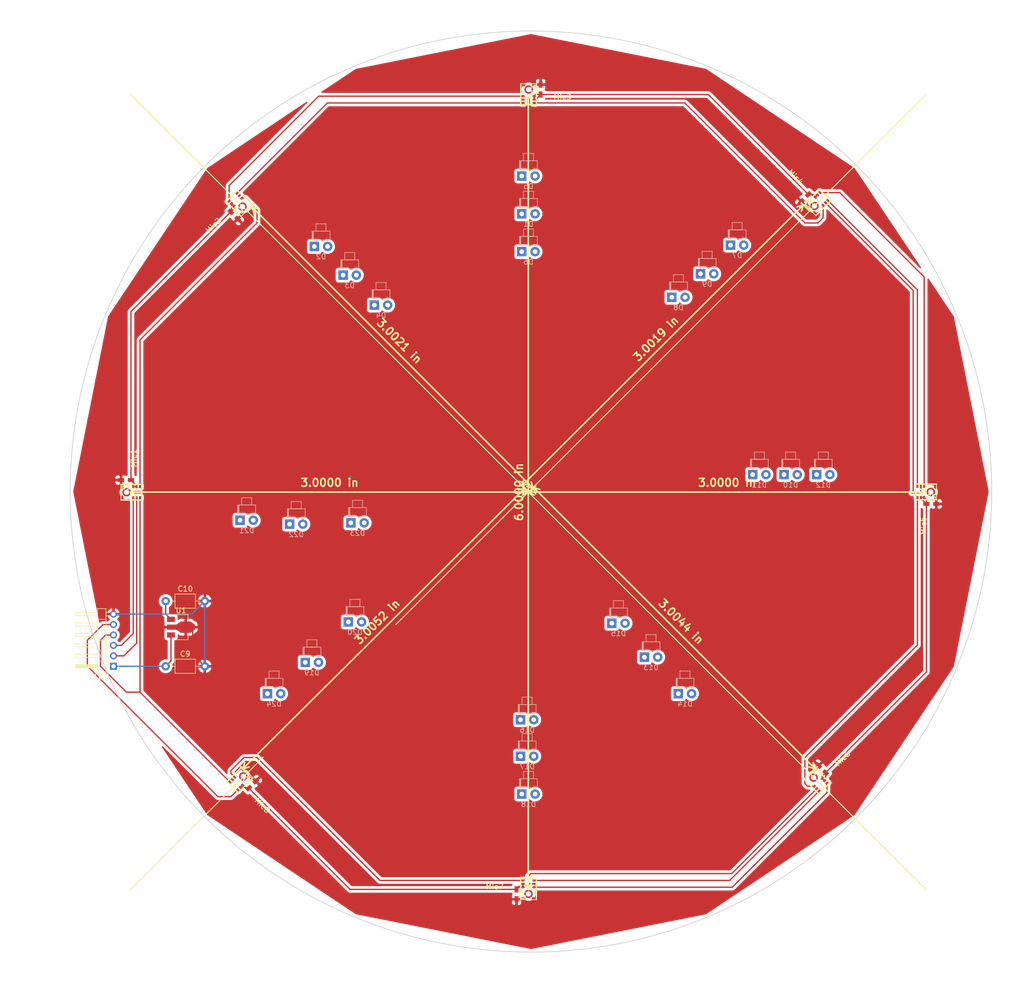
<source format=kicad_pcb>
(kicad_pcb (version 4) (host pcbnew 4.0.7)
  (layers (0 F.Cu signal) (31 B.Cu signal) (34 B.Paste user) (35 F.Paste user) (36 B.SilkS user) (37 F.SilkS user) (38 B.Mask user) (39 F.Mask user) (44 Edge.Cuts user))
  (net 0 "")
  (net 1 "Net-(C1-Pad1)")
  (net 2 GND)
  (net 3 /Clock)
  (net 4 "Net-(Mic1-Pad1)")
  (net 5 "Net-(Mic2-Pad1)")
  (net 6 "Net-(Mic3-Pad1)")
  (net 7 "Net-(Mic4-Pad1)")
  (net 8 "Net-(Mic5-Pad1)")
  (net 9 "Net-(Mic6-Pad1)")
  (net 10 "Net-(Mic7-Pad1)")
  (net 11 /WS)
  (net 12 /SerialData)
  (net 13 /WISO)
  (net 14 "Net-(C9-Pad1)")
  (net 15 "Net-(D1-Pad1)")
  (net 16 "Net-(D1-Pad2)")
  (net 17 "Net-(D2-Pad1)")
  (net 18 "Net-(D2-Pad2)")
  (net 19 "Net-(D3-Pad1)")
  (net 20 "Net-(D3-Pad2)")
  (net 21 "Net-(D4-Pad1)")
  (net 22 "Net-(D4-Pad2)")
  (net 23 "Net-(D5-Pad1)")
  (net 24 "Net-(D5-Pad2)")
  (net 25 "Net-(D6-Pad1)")
  (net 26 "Net-(D6-Pad2)")
  (net 27 "Net-(D7-Pad1)")
  (net 28 "Net-(D7-Pad2)")
  (net 29 "Net-(D8-Pad1)")
  (net 30 "Net-(D8-Pad2)")
  (net 31 "Net-(D9-Pad1)")
  (net 32 "Net-(D9-Pad2)")
  (net 33 "Net-(D10-Pad1)")
  (net 34 "Net-(D10-Pad2)")
  (net 35 "Net-(D11-Pad1)")
  (net 36 "Net-(D11-Pad2)")
  (net 37 "Net-(D12-Pad1)")
  (net 38 "Net-(D12-Pad2)")
  (net 39 "Net-(D13-Pad1)")
  (net 40 "Net-(D13-Pad2)")
  (net 41 "Net-(D14-Pad1)")
  (net 42 "Net-(D14-Pad2)")
  (net 43 "Net-(D15-Pad1)")
  (net 44 "Net-(D15-Pad2)")
  (net 45 "Net-(D16-Pad1)")
  (net 46 "Net-(D16-Pad2)")
  (net 47 "Net-(D17-Pad1)")
  (net 48 "Net-(D17-Pad2)")
  (net 49 "Net-(D18-Pad1)")
  (net 50 "Net-(D18-Pad2)")
  (net 51 "Net-(D19-Pad1)")
  (net 52 "Net-(D19-Pad2)")
  (net 53 "Net-(D20-Pad1)")
  (net 54 "Net-(D20-Pad2)")
  (net 55 "Net-(D21-Pad1)")
  (net 56 "Net-(D21-Pad2)")
  (net 57 "Net-(D22-Pad1)")
  (net 58 "Net-(D22-Pad2)")
  (net 59 "Net-(D23-Pad1)")
  (net 60 "Net-(D23-Pad2)")
  (net 61 "Net-(D24-Pad1)")
  (net 62 "Net-(D24-Pad2)")
  (module Capacitors_SMD:C_0603_HandSoldering (layer F.Cu) (at 49.9 99.3 180)
    (fp_text reference C1 (at 0 -1.25 180) (layer F.SilkS))
    (fp_text value ".1u ")
    (pad 1 smd rect (at -0.95 0 180) (size 1.2 0.75) (layers F.Cu F.Paste F.Mask) (net 1 "Net-(C1-Pad1)"))
    (pad 2 smd rect (at 0.95 0 180) (size 1.2 0.75) (layers F.Cu F.Paste F.Mask) (net 2 GND))
  )
  (module Capacitors_SMD:C_0603_HandSoldering (layer F.Cu) (at 70.63 48.56 315)
    (fp_text reference C2 (at 0 -1.25 315) (layer F.SilkS))
    (fp_text value ".1u ")
    (pad 1 smd rect (at -0.95 0 315) (size 1.2 0.75) (layers F.Cu F.Paste F.Mask) (net 1 "Net-(C1-Pad1)"))
    (pad 2 smd rect (at 0.95 0 315) (size 1.2 0.75) (layers F.Cu F.Paste F.Mask) (net 2 GND))
  )
  (module Capacitors_SMD:C_0603_HandSoldering (layer F.Cu) (at 129.36 24.42 90)
    (fp_text reference C3 (at 0 -1.25 90) (layer F.SilkS))
    (fp_text value ".1u ")
    (pad 1 smd rect (at -0.95 0 90) (size 1.2 0.75) (layers F.Cu F.Paste F.Mask) (net 1 "Net-(C1-Pad1)"))
    (pad 2 smd rect (at 0.95 0 90) (size 1.2 0.75) (layers F.Cu F.Paste F.Mask) (net 2 GND))
  )
  (module Capacitors_SMD:C_0603_HandSoldering (layer F.Cu) (at 183.31 154.73 135)
    (fp_text reference C4 (at 0 -1.25 135) (layer F.SilkS))
    (fp_text value ".1u ")
    (pad 1 smd rect (at -0.95 0 135) (size 1.2 0.75) (layers F.Cu F.Paste F.Mask) (net 1 "Net-(C1-Pad1)"))
    (pad 2 smd rect (at 0.95 0 135) (size 1.2 0.75) (layers F.Cu F.Paste F.Mask) (net 2 GND))
  )
  (module Capacitors_SMD:C_0603_HandSoldering (layer F.Cu) (at 204.24 103.88)
    (fp_text reference C5 (at 0 -1.25) (layer F.SilkS))
    (fp_text value ".1u ")
    (pad 1 smd rect (at -0.95 0) (size 1.2 0.75) (layers F.Cu F.Paste F.Mask) (net 1 "Net-(C1-Pad1)"))
    (pad 2 smd rect (at 0.95 0) (size 1.2 0.75) (layers F.Cu F.Paste F.Mask) (net 2 GND))
  )
  (module Capacitors_SMD:C_0603_HandSoldering (layer F.Cu) (at 179.99 45.21 225)
    (fp_text reference C6 (at 0 -1.25 225) (layer F.SilkS))
    (fp_text value ".1u ")
    (pad 1 smd rect (at -0.95 0 225) (size 1.2 0.75) (layers F.Cu F.Paste F.Mask) (net 1 "Net-(C1-Pad1)"))
    (pad 2 smd rect (at 0.95 0 225) (size 1.2 0.75) (layers F.Cu F.Paste F.Mask) (net 2 GND))
  )
  (module Capacitors_SMD:C_0603_HandSoldering (layer F.Cu) (at 124.74 178.73 270)
    (fp_text reference C7 (at 0 -1.25 270) (layer F.SilkS))
    (fp_text value ".1u ")
    (pad 1 smd rect (at -0.95 0 270) (size 1.2 0.75) (layers F.Cu F.Paste F.Mask) (net 1 "Net-(C1-Pad1)"))
    (pad 2 smd rect (at 0.95 0 270) (size 1.2 0.75) (layers F.Cu F.Paste F.Mask) (net 2 GND))
  )
  (module Capacitors_SMD:C_0603_HandSoldering (layer F.Cu) (at 74.1 157.7 45)
    (fp_text reference C8 (at 0 -1.25 45) (layer F.SilkS))
    (fp_text value .1u)
    (pad 1 smd rect (at -0.95 0 45) (size 1.2 0.75) (layers F.Cu F.Paste F.Mask) (net 1 "Net-(C1-Pad1)"))
    (pad 2 smd rect (at 0.95 0 45) (size 1.2 0.75) (layers F.Cu F.Paste F.Mask) (net 2 GND))
  )
  (module KiKadCustLib:ICS25000 (layer F.Cu) (at 50.91 95.12 90)
    (fp_text reference Mic1 (at 0 0.5 90) (layer F.SilkS))
    (fp_text value ICS-52000)
    (pad 7 smd rect (at -7.57 1.68 90) (size 0.6 0.4) (layers F.Cu F.Paste F.Mask) (net 12 /SerialData))
    (pad 5 smd rect (at -7.57 0.38 90) (size 0.6 0.4) (layers F.Cu F.Paste F.Mask) (net 11 /WS))
    (pad 6 smd rect (at -7.57 1.03 90) (size 0.6 0.4) (layers F.Cu F.Paste F.Mask) (net 3 /Clock))
    (pad 1 smd rect (at -5.43 1.675 90) (size 0.6 0.4) (layers F.Cu F.Paste F.Mask) (net 4 "Net-(Mic1-Pad1)"))
    (pad 2 smd rect (at -5.43 1.03 90) (size 0.6 0.4) (layers F.Cu F.Paste F.Mask) (net 1 "Net-(C1-Pad1)"))
    (pad 3 smd rect (at -5.43 0.38 90) (size 0.6 0.4) (layers F.Cu F.Paste F.Mask) (net 1 "Net-(C1-Pad1)"))
    (pad 4 smd circle (at -6.495 -0.895 90) (size 1.65 1.65) (layers F.Cu F.Paste F.Mask) (net 2 GND))
    (pad 0 thru_hole circle (at -6.495 -0.895 90) (size 1 1) (drill 1) (layers *.Cu *.Mask))
  )
  (module KiKadCustLib:ICS25000 (layer F.Cu) (at 67 50.85 225)
    (fp_text reference Mic2 (at 0 0.5 225) (layer F.SilkS))
    (fp_text value ICS-52000)
    (pad 7 smd rect (at -7.57 1.68 225) (size 0.6 0.4) (layers F.Cu F.Paste F.Mask) (net 12 /SerialData))
    (pad 5 smd rect (at -7.57 0.38 225) (size 0.6 0.4) (layers F.Cu F.Paste F.Mask) (net 4 "Net-(Mic1-Pad1)"))
    (pad 6 smd rect (at -7.57 1.03 225) (size 0.6 0.4) (layers F.Cu F.Paste F.Mask) (net 3 /Clock))
    (pad 1 smd rect (at -5.43 1.675 225) (size 0.6 0.4) (layers F.Cu F.Paste F.Mask) (net 5 "Net-(Mic2-Pad1)"))
    (pad 2 smd rect (at -5.43 1.03 225) (size 0.6 0.4) (layers F.Cu F.Paste F.Mask) (net 1 "Net-(C1-Pad1)"))
    (pad 3 smd rect (at -5.43 0.38 225) (size 0.6 0.4) (layers F.Cu F.Paste F.Mask) (net 1 "Net-(C1-Pad1)"))
    (pad 4 smd circle (at -6.495 -0.895 225) (size 1.65 1.65) (layers F.Cu F.Paste F.Mask) (net 2 GND))
    (pad 0 thru_hole circle (at -6.495 -0.895 225) (size 1 1) (drill 1) (layers *.Cu *.Mask))
  )
  (module KiKadCustLib:ICS25000 (layer F.Cu) (at 133.55 25.31)
    (fp_text reference Mic3 (at 0 0.5) (layer F.SilkS))
    (fp_text value ICS-52000)
    (pad 7 smd rect (at -7.57 1.68) (size 0.6 0.4) (layers F.Cu F.Paste F.Mask) (net 12 /SerialData))
    (pad 5 smd rect (at -7.57 0.38) (size 0.6 0.4) (layers F.Cu F.Paste F.Mask) (net 5 "Net-(Mic2-Pad1)"))
    (pad 6 smd rect (at -7.57 1.03) (size 0.6 0.4) (layers F.Cu F.Paste F.Mask) (net 3 /Clock))
    (pad 1 smd rect (at -5.43 1.675) (size 0.6 0.4) (layers F.Cu F.Paste F.Mask) (net 6 "Net-(Mic3-Pad1)"))
    (pad 2 smd rect (at -5.43 1.03) (size 0.6 0.4) (layers F.Cu F.Paste F.Mask) (net 1 "Net-(C1-Pad1)"))
    (pad 3 smd rect (at -5.43 0.38) (size 0.6 0.4) (layers F.Cu F.Paste F.Mask) (net 1 "Net-(C1-Pad1)"))
    (pad 4 smd circle (at -6.495 -0.895) (size 1.65 1.65) (layers F.Cu F.Paste F.Mask) (net 2 GND))
    (pad 0 thru_hole circle (at -6.495 -0.895) (size 1 1) (drill 1) (layers *.Cu *.Mask))
  )
  (module KiKadCustLib:ICS25000 (layer F.Cu) (at 186.89 152.38 45)
    (fp_text reference Mic6 (at 0 0.5 45) (layer F.SilkS))
    (fp_text value ICS-52000)
    (pad 7 smd rect (at -7.57 1.68 45) (size 0.6 0.4) (layers F.Cu F.Paste F.Mask) (net 12 /SerialData))
    (pad 5 smd rect (at -7.57 0.38 45) (size 0.6 0.4) (layers F.Cu F.Paste F.Mask) (net 8 "Net-(Mic5-Pad1)"))
    (pad 6 smd rect (at -7.57 1.03 45) (size 0.6 0.4) (layers F.Cu F.Paste F.Mask) (net 3 /Clock))
    (pad 1 smd rect (at -5.43 1.675 45) (size 0.6 0.4) (layers F.Cu F.Paste F.Mask) (net 9 "Net-(Mic6-Pad1)"))
    (pad 2 smd rect (at -5.43 1.03 45) (size 0.6 0.4) (layers F.Cu F.Paste F.Mask) (net 1 "Net-(C1-Pad1)"))
    (pad 3 smd rect (at -5.43 0.38 45) (size 0.6 0.4) (layers F.Cu F.Paste F.Mask) (net 1 "Net-(C1-Pad1)"))
    (pad 4 smd circle (at -6.495 -0.895 45) (size 1.65 1.65) (layers F.Cu F.Paste F.Mask) (net 2 GND))
    (pad 0 thru_hole circle (at -6.495 -0.895 45) (size 1 1) (drill 1) (layers *.Cu *.Mask))
  )
  (module KiKadCustLib:ICS25000 (layer F.Cu) (at 203.24 108.07 270)
    (fp_text reference Mic5 (at 0 0.5 270) (layer F.SilkS))
    (fp_text value ICS-52000)
    (pad 7 smd rect (at -7.57 1.68 270) (size 0.6 0.4) (layers F.Cu F.Paste F.Mask) (net 12 /SerialData))
    (pad 5 smd rect (at -7.57 0.38 270) (size 0.6 0.4) (layers F.Cu F.Paste F.Mask) (net 7 "Net-(Mic4-Pad1)"))
    (pad 6 smd rect (at -7.57 1.03 270) (size 0.6 0.4) (layers F.Cu F.Paste F.Mask) (net 3 /Clock))
    (pad 1 smd rect (at -5.43 1.675 270) (size 0.6 0.4) (layers F.Cu F.Paste F.Mask) (net 8 "Net-(Mic5-Pad1)"))
    (pad 2 smd rect (at -5.43 1.03 270) (size 0.6 0.4) (layers F.Cu F.Paste F.Mask) (net 1 "Net-(C1-Pad1)"))
    (pad 3 smd rect (at -5.43 0.38 270) (size 0.6 0.4) (layers F.Cu F.Paste F.Mask) (net 1 "Net-(C1-Pad1)"))
    (pad 4 smd circle (at -6.495 -0.895 270) (size 1.65 1.65) (layers F.Cu F.Paste F.Mask) (net 2 GND))
    (pad 0 thru_hole circle (at -6.495 -0.895 270) (size 1 1) (drill 1) (layers *.Cu *.Mask))
  )
  (module KiKadCustLib:ICS25000 (layer F.Cu) (at 177.87 41.52 135)
    (fp_text reference Mic4 (at 0 0.5 135) (layer F.SilkS))
    (fp_text value ICS-52000)
    (pad 7 smd rect (at -7.57 1.68 135) (size 0.6 0.4) (layers F.Cu F.Paste F.Mask) (net 12 /SerialData))
    (pad 5 smd rect (at -7.57 0.38 135) (size 0.6 0.4) (layers F.Cu F.Paste F.Mask) (net 6 "Net-(Mic3-Pad1)"))
    (pad 6 smd rect (at -7.57 1.03 135) (size 0.6 0.4) (layers F.Cu F.Paste F.Mask) (net 3 /Clock))
    (pad 1 smd rect (at -5.43 1.675 135) (size 0.6 0.4) (layers F.Cu F.Paste F.Mask) (net 7 "Net-(Mic4-Pad1)"))
    (pad 2 smd rect (at -5.43 1.03 135) (size 0.6 0.4) (layers F.Cu F.Paste F.Mask) (net 1 "Net-(C1-Pad1)"))
    (pad 3 smd rect (at -5.43 0.38 135) (size 0.6 0.4) (layers F.Cu F.Paste F.Mask) (net 1 "Net-(C1-Pad1)"))
    (pad 4 smd circle (at -6.495 -0.895 135) (size 1.65 1.65) (layers F.Cu F.Paste F.Mask) (net 2 GND))
    (pad 0 thru_hole circle (at -6.495 -0.895 135) (size 1 1) (drill 1) (layers *.Cu *.Mask))
  )
  (module KiKadCustLib:ICS25000 (layer F.Cu) (at 120.54 177.74 180)
    (fp_text reference Mic7 (at 0 0.5 180) (layer F.SilkS))
    (fp_text value ICS-52000)
    (pad 7 smd rect (at -7.57 1.68 180) (size 0.6 0.4) (layers F.Cu F.Paste F.Mask) (net 12 /SerialData))
    (pad 5 smd rect (at -7.57 0.38 180) (size 0.6 0.4) (layers F.Cu F.Paste F.Mask) (net 9 "Net-(Mic6-Pad1)"))
    (pad 6 smd rect (at -7.57 1.03 180) (size 0.6 0.4) (layers F.Cu F.Paste F.Mask) (net 3 /Clock))
    (pad 1 smd rect (at -5.43 1.675 180) (size 0.6 0.4) (layers F.Cu F.Paste F.Mask) (net 10 "Net-(Mic7-Pad1)"))
    (pad 2 smd rect (at -5.43 1.03 180) (size 0.6 0.4) (layers F.Cu F.Paste F.Mask) (net 1 "Net-(C1-Pad1)"))
    (pad 3 smd rect (at -5.43 0.38 180) (size 0.6 0.4) (layers F.Cu F.Paste F.Mask) (net 1 "Net-(C1-Pad1)"))
    (pad 4 smd circle (at -6.495 -0.895 180) (size 1.65 1.65) (layers F.Cu F.Paste F.Mask) (net 2 GND))
    (pad 0 thru_hole circle (at -6.495 -0.895 180) (size 1 1) (drill 1) (layers *.Cu *.Mask))
  )
  (module KiKadCustLib:ICS25000 (layer F.Cu) (at 76.35 161.35 315)
    (fp_text reference Mic8 (at 0 0.5 315) (layer F.SilkS))
    (fp_text value ICS-52000)
    (pad 7 smd rect (at -7.57 1.68 315) (size 0.6 0.4) (layers F.Cu F.Paste F.Mask) (net 12 /SerialData))
    (pad 5 smd rect (at -7.57 0.38 315) (size 0.6 0.4) (layers F.Cu F.Paste F.Mask) (net 10 "Net-(Mic7-Pad1)"))
    (pad 6 smd rect (at -7.57 1.03 315) (size 0.6 0.4) (layers F.Cu F.Paste F.Mask) (net 3 /Clock))
    (pad 1 smd rect (at -5.43 1.675 315) (size 0.6 0.4) (layers F.Cu F.Paste F.Mask) (net 13 /WISO))
    (pad 2 smd rect (at -5.43 1.03 315) (size 0.6 0.4) (layers F.Cu F.Paste F.Mask) (net 1 "Net-(C1-Pad1)"))
    (pad 3 smd rect (at -5.43 0.38 315) (size 0.6 0.4) (layers F.Cu F.Paste F.Mask) (net 1 "Net-(C1-Pad1)"))
    (pad 4 smd circle (at -6.495 -0.895 315) (size 1.65 1.65) (layers F.Cu F.Paste F.Mask) (net 2 GND))
    (pad 0 thru_hole circle (at -6.495 -0.895 315) (size 1 1) (drill 1) (layers *.Cu *.Mask))
  )
  (module TO_SOT_Packages_SMD:SOT-89-3 (layer F.Cu) (at 60 127.5)
    (fp_text reference U1 (at 0.45 -3.2) (layer F.SilkS))
    (fp_text value AP2204RB-3.3)
    (pad 2 smd trapezoid (at 2.667 0 270) (size 1.6 0.85) (rect_delta 0 0.6) (layers F.Cu F.Paste F.Mask) (net 2 GND))
    (pad 1 smd rect (at -1.48 -1.5 270) (size 1 1.5) (layers F.Cu F.Paste F.Mask) (net 1 "Net-(C1-Pad1)"))
    (pad 2 smd rect (at -1.3335 0 270) (size 1 1.8) (layers F.Cu F.Paste F.Mask) (net 2 GND))
    (pad 3 smd rect (at -1.48 1.5 270) (size 1 1.5) (layers F.Cu F.Paste F.Mask) (net 14 "Net-(C9-Pad1)"))
    (pad 2 smd rect (at 1.3335 0 270) (size 2.2 1.84) (layers F.Cu F.Paste F.Mask) (net 2 GND))
    (pad 2 smd trapezoid (at -0.0762 0 90) (size 1.5 1) (rect_delta 0 0.7) (layers F.Cu F.Paste F.Mask) (net 2 GND))
  )
  (module Pin_Headers:Pin_Header_Angled_1x06_Pitch2.00mm (layer F.Cu) (at 47.5 135 180)
    (fp_text reference J1 (at 3.1 -2 180) (layer F.SilkS))
    (fp_text value Conn_01x06)
    (pad 1 thru_hole rect (at 0 0 180) (size 1.35 1.35) (drill 0.8) (layers *.Cu *.Mask) (net 14 "Net-(C9-Pad1)"))
    (pad 2 thru_hole oval (at 0 2 180) (size 1.35 1.35) (drill 0.8) (layers *.Cu *.Mask) (net 3 /Clock))
    (pad 3 thru_hole oval (at 0 4 180) (size 1.35 1.35) (drill 0.8) (layers *.Cu *.Mask) (net 11 /WS))
    (pad 4 thru_hole oval (at 0 6 180) (size 1.35 1.35) (drill 0.8) (layers *.Cu *.Mask) (net 12 /SerialData))
    (pad 5 thru_hole oval (at 0 8 180) (size 1.35 1.35) (drill 0.8) (layers *.Cu *.Mask) (net 13 /WISO))
    (pad 6 thru_hole oval (at 0 10 180) (size 1.35 1.35) (drill 0.8) (layers *.Cu *.Mask) (net 2 GND))
  )
  (module Capacitors_THT:C_Axial_L3.8mm_D2.6mm_P7.50mm_Horizontal (layer F.Cu) (at 57.5 135)
    (fp_text reference C9 (at 3.75 -2.36) (layer F.SilkS))
    (fp_text value C)
    (pad 1 thru_hole circle (at 0 0) (size 1.6 1.6) (drill 0.8) (layers *.Cu *.Mask) (net 14 "Net-(C9-Pad1)"))
    (pad 2 thru_hole oval (at 7.5 0) (size 1.6 1.6) (drill 0.8) (layers *.Cu *.Mask) (net 2 GND))
  )
  (module Capacitors_THT:C_Axial_L3.8mm_D2.6mm_P7.50mm_Horizontal (layer F.Cu) (at 57.5 122.5)
    (fp_text reference C10 (at 3.75 -2.36) (layer F.SilkS))
    (fp_text value C)
    (pad 1 thru_hole circle (at 0 0) (size 1.6 1.6) (drill 0.8) (layers *.Cu *.Mask) (net 1 "Net-(C1-Pad1)"))
    (pad 2 thru_hole oval (at 7.5 0) (size 1.6 1.6) (drill 0.8) (layers *.Cu *.Mask) (net 2 GND))
  )
  (module LEDs:LED_D1.8mm_W1.8mm_H2.4mm_Horizontal_O1.27mm_Z1.6mm (layer B.Cu) (at 125.75 48.25)
    (fp_text reference D1 (at 1.27 1.96) (layer B.SilkS) (effects (justify mirror)))
    (fp_text value LED)
    (pad 1 thru_hole rect (at 0 0) (size 1.8 1.8) (drill 0.9) (layers *.Cu *.Mask) (net 15 "Net-(D1-Pad1)"))
    (pad 2 thru_hole circle (at 2.54 0) (size 1.8 1.8) (drill 0.9) (layers *.Cu *.Mask) (net 16 "Net-(D1-Pad2)"))
  )
  (module LEDs:LED_D1.8mm_W1.8mm_H2.4mm_Horizontal_O1.27mm_Z1.6mm (layer B.Cu) (at 86 54.5)
    (fp_text reference D2 (at 1.27 1.96) (layer B.SilkS) (effects (justify mirror)))
    (fp_text value LED)
    (pad 1 thru_hole rect (at 0 0) (size 1.8 1.8) (drill 0.9) (layers *.Cu *.Mask) (net 17 "Net-(D2-Pad1)"))
    (pad 2 thru_hole circle (at 2.54 0) (size 1.8 1.8) (drill 0.9) (layers *.Cu *.Mask) (net 18 "Net-(D2-Pad2)"))
  )
  (module LEDs:LED_D1.8mm_W1.8mm_H2.4mm_Horizontal_O1.27mm_Z1.6mm (layer B.Cu) (at 91.5 60)
    (fp_text reference D3 (at 1.27 1.96) (layer B.SilkS) (effects (justify mirror)))
    (fp_text value LED)
    (pad 1 thru_hole rect (at 0 0) (size 1.8 1.8) (drill 0.9) (layers *.Cu *.Mask) (net 19 "Net-(D3-Pad1)"))
    (pad 2 thru_hole circle (at 2.54 0) (size 1.8 1.8) (drill 0.9) (layers *.Cu *.Mask) (net 20 "Net-(D3-Pad2)"))
  )
  (module LEDs:LED_D1.8mm_W1.8mm_H2.4mm_Horizontal_O1.27mm_Z1.6mm (layer B.Cu) (at 97.5 65.75)
    (fp_text reference D4 (at 1.27 1.96) (layer B.SilkS) (effects (justify mirror)))
    (fp_text value LED)
    (pad 1 thru_hole rect (at 0 0) (size 1.8 1.8) (drill 0.9) (layers *.Cu *.Mask) (net 21 "Net-(D4-Pad1)"))
    (pad 2 thru_hole circle (at 2.54 0) (size 1.8 1.8) (drill 0.9) (layers *.Cu *.Mask) (net 22 "Net-(D4-Pad2)"))
  )
  (module LEDs:LED_D1.8mm_W1.8mm_H2.4mm_Horizontal_O1.27mm_Z1.6mm (layer B.Cu) (at 125.75 41)
    (fp_text reference D5 (at 1.27 1.96) (layer B.SilkS) (effects (justify mirror)))
    (fp_text value LED)
    (pad 1 thru_hole rect (at 0 0) (size 1.8 1.8) (drill 0.9) (layers *.Cu *.Mask) (net 23 "Net-(D5-Pad1)"))
    (pad 2 thru_hole circle (at 2.54 0) (size 1.8 1.8) (drill 0.9) (layers *.Cu *.Mask) (net 24 "Net-(D5-Pad2)"))
  )
  (module LEDs:LED_D1.8mm_W1.8mm_H2.4mm_Horizontal_O1.27mm_Z1.6mm (layer B.Cu) (at 125.75 55.5)
    (fp_text reference D6 (at 1.27 1.96) (layer B.SilkS) (effects (justify mirror)))
    (fp_text value LED)
    (pad 1 thru_hole rect (at 0 0) (size 1.8 1.8) (drill 0.9) (layers *.Cu *.Mask) (net 25 "Net-(D6-Pad1)"))
    (pad 2 thru_hole circle (at 2.54 0) (size 1.8 1.8) (drill 0.9) (layers *.Cu *.Mask) (net 26 "Net-(D6-Pad2)"))
  )
  (module LEDs:LED_D1.8mm_W1.8mm_H2.4mm_Horizontal_O1.27mm_Z1.6mm (layer B.Cu) (at 165.75 54.25)
    (fp_text reference D7 (at 1.27 1.96) (layer B.SilkS) (effects (justify mirror)))
    (fp_text value LED)
    (pad 1 thru_hole rect (at 0 0) (size 1.8 1.8) (drill 0.9) (layers *.Cu *.Mask) (net 27 "Net-(D7-Pad1)"))
    (pad 2 thru_hole circle (at 2.54 0) (size 1.8 1.8) (drill 0.9) (layers *.Cu *.Mask) (net 28 "Net-(D7-Pad2)"))
  )
  (module LEDs:LED_D1.8mm_W1.8mm_H2.4mm_Horizontal_O1.27mm_Z1.6mm (layer B.Cu) (at 154.5 64.25)
    (fp_text reference D8 (at 1.27 1.96) (layer B.SilkS) (effects (justify mirror)))
    (fp_text value LED)
    (pad 1 thru_hole rect (at 0 0) (size 1.8 1.8) (drill 0.9) (layers *.Cu *.Mask) (net 29 "Net-(D8-Pad1)"))
    (pad 2 thru_hole circle (at 2.54 0) (size 1.8 1.8) (drill 0.9) (layers *.Cu *.Mask) (net 30 "Net-(D8-Pad2)"))
  )
  (module LEDs:LED_D1.8mm_W1.8mm_H2.4mm_Horizontal_O1.27mm_Z1.6mm (layer B.Cu) (at 160 59.75)
    (fp_text reference D9 (at 1.27 1.96) (layer B.SilkS) (effects (justify mirror)))
    (fp_text value LED)
    (pad 1 thru_hole rect (at 0 0) (size 1.8 1.8) (drill 0.9) (layers *.Cu *.Mask) (net 31 "Net-(D9-Pad1)"))
    (pad 2 thru_hole circle (at 2.54 0) (size 1.8 1.8) (drill 0.9) (layers *.Cu *.Mask) (net 32 "Net-(D9-Pad2)"))
  )
  (module LEDs:LED_D1.8mm_W1.8mm_H2.4mm_Horizontal_O1.27mm_Z1.6mm (layer B.Cu) (at 176 98.25)
    (fp_text reference D10 (at 1.27 1.96) (layer B.SilkS) (effects (justify mirror)))
    (fp_text value LED)
    (pad 1 thru_hole rect (at 0 0) (size 1.8 1.8) (drill 0.9) (layers *.Cu *.Mask) (net 33 "Net-(D10-Pad1)"))
    (pad 2 thru_hole circle (at 2.54 0) (size 1.8 1.8) (drill 0.9) (layers *.Cu *.Mask) (net 34 "Net-(D10-Pad2)"))
  )
  (module LEDs:LED_D1.8mm_W1.8mm_H2.4mm_Horizontal_O1.27mm_Z1.6mm (layer B.Cu) (at 170 98.25)
    (fp_text reference D11 (at 1.27 1.96) (layer B.SilkS) (effects (justify mirror)))
    (fp_text value LED)
    (pad 1 thru_hole rect (at 0 0) (size 1.8 1.8) (drill 0.9) (layers *.Cu *.Mask) (net 35 "Net-(D11-Pad1)"))
    (pad 2 thru_hole circle (at 2.54 0) (size 1.8 1.8) (drill 0.9) (layers *.Cu *.Mask) (net 36 "Net-(D11-Pad2)"))
  )
  (module LEDs:LED_D1.8mm_W1.8mm_H2.4mm_Horizontal_O1.27mm_Z1.6mm (layer B.Cu) (at 182.25 98.25)
    (fp_text reference D12 (at 1.27 1.96) (layer B.SilkS) (effects (justify mirror)))
    (fp_text value LED)
    (pad 1 thru_hole rect (at 0 0) (size 1.8 1.8) (drill 0.9) (layers *.Cu *.Mask) (net 37 "Net-(D12-Pad1)"))
    (pad 2 thru_hole circle (at 2.54 0) (size 1.8 1.8) (drill 0.9) (layers *.Cu *.Mask) (net 38 "Net-(D12-Pad2)"))
  )
  (module LEDs:LED_D1.8mm_W1.8mm_H2.4mm_Horizontal_O1.27mm_Z1.6mm (layer B.Cu) (at 149.25 133.25)
    (fp_text reference D13 (at 1.27 1.96) (layer B.SilkS) (effects (justify mirror)))
    (fp_text value LED)
    (pad 1 thru_hole rect (at 0 0) (size 1.8 1.8) (drill 0.9) (layers *.Cu *.Mask) (net 39 "Net-(D13-Pad1)"))
    (pad 2 thru_hole circle (at 2.54 0) (size 1.8 1.8) (drill 0.9) (layers *.Cu *.Mask) (net 40 "Net-(D13-Pad2)"))
  )
  (module LEDs:LED_D1.8mm_W1.8mm_H2.4mm_Horizontal_O1.27mm_Z1.6mm (layer B.Cu) (at 155.75 140.25)
    (fp_text reference D14 (at 1.27 1.96) (layer B.SilkS) (effects (justify mirror)))
    (fp_text value LED)
    (pad 1 thru_hole rect (at 0 0) (size 1.8 1.8) (drill 0.9) (layers *.Cu *.Mask) (net 41 "Net-(D14-Pad1)"))
    (pad 2 thru_hole circle (at 2.54 0) (size 1.8 1.8) (drill 0.9) (layers *.Cu *.Mask) (net 42 "Net-(D14-Pad2)"))
  )
  (module LEDs:LED_D1.8mm_W1.8mm_H2.4mm_Horizontal_O1.27mm_Z1.6mm (layer B.Cu) (at 143 126.75)
    (fp_text reference D15 (at 1.27 1.96) (layer B.SilkS) (effects (justify mirror)))
    (fp_text value LED)
    (pad 1 thru_hole rect (at 0 0) (size 1.8 1.8) (drill 0.9) (layers *.Cu *.Mask) (net 43 "Net-(D15-Pad1)"))
    (pad 2 thru_hole circle (at 2.54 0) (size 1.8 1.8) (drill 0.9) (layers *.Cu *.Mask) (net 44 "Net-(D15-Pad2)"))
  )
  (module LEDs:LED_D1.8mm_W1.8mm_H2.4mm_Horizontal_O1.27mm_Z1.6mm (layer B.Cu) (at 125.5 145.25)
    (fp_text reference D16 (at 1.27 1.96) (layer B.SilkS) (effects (justify mirror)))
    (fp_text value LED)
    (pad 1 thru_hole rect (at 0 0) (size 1.8 1.8) (drill 0.9) (layers *.Cu *.Mask) (net 45 "Net-(D16-Pad1)"))
    (pad 2 thru_hole circle (at 2.54 0) (size 1.8 1.8) (drill 0.9) (layers *.Cu *.Mask) (net 46 "Net-(D16-Pad2)"))
  )
  (module LEDs:LED_D1.8mm_W1.8mm_H2.4mm_Horizontal_O1.27mm_Z1.6mm (layer B.Cu) (at 125.5 152.25)
    (fp_text reference D17 (at 1.27 1.96) (layer B.SilkS) (effects (justify mirror)))
    (fp_text value LED)
    (pad 1 thru_hole rect (at 0 0) (size 1.8 1.8) (drill 0.9) (layers *.Cu *.Mask) (net 47 "Net-(D17-Pad1)"))
    (pad 2 thru_hole circle (at 2.54 0) (size 1.8 1.8) (drill 0.9) (layers *.Cu *.Mask) (net 48 "Net-(D17-Pad2)"))
  )
  (module LEDs:LED_D1.8mm_W1.8mm_H2.4mm_Horizontal_O1.27mm_Z1.6mm (layer B.Cu) (at 125.75 159.5)
    (fp_text reference D18 (at 1.27 1.96) (layer B.SilkS) (effects (justify mirror)))
    (fp_text value LED)
    (pad 1 thru_hole rect (at 0 0) (size 1.8 1.8) (drill 0.9) (layers *.Cu *.Mask) (net 49 "Net-(D18-Pad1)"))
    (pad 2 thru_hole circle (at 2.54 0) (size 1.8 1.8) (drill 0.9) (layers *.Cu *.Mask) (net 50 "Net-(D18-Pad2)"))
  )
  (module LEDs:LED_D1.8mm_W1.8mm_H2.4mm_Horizontal_O1.27mm_Z1.6mm (layer B.Cu) (at 84.25 134.25)
    (fp_text reference D19 (at 1.27 1.96) (layer B.SilkS) (effects (justify mirror)))
    (fp_text value LED)
    (pad 1 thru_hole rect (at 0 0) (size 1.8 1.8) (drill 0.9) (layers *.Cu *.Mask) (net 51 "Net-(D19-Pad1)"))
    (pad 2 thru_hole circle (at 2.54 0) (size 1.8 1.8) (drill 0.9) (layers *.Cu *.Mask) (net 52 "Net-(D19-Pad2)"))
  )
  (module LEDs:LED_D1.8mm_W1.8mm_H2.4mm_Horizontal_O1.27mm_Z1.6mm (layer B.Cu) (at 92.5 126.5)
    (fp_text reference D20 (at 1.27 1.96) (layer B.SilkS) (effects (justify mirror)))
    (fp_text value LED)
    (pad 1 thru_hole rect (at 0 0) (size 1.8 1.8) (drill 0.9) (layers *.Cu *.Mask) (net 53 "Net-(D20-Pad1)"))
    (pad 2 thru_hole circle (at 2.54 0) (size 1.8 1.8) (drill 0.9) (layers *.Cu *.Mask) (net 54 "Net-(D20-Pad2)"))
  )
  (module LEDs:LED_D1.8mm_W1.8mm_H2.4mm_Horizontal_O1.27mm_Z1.6mm (layer B.Cu) (at 71.75 107)
    (fp_text reference D21 (at 1.27 1.96) (layer B.SilkS) (effects (justify mirror)))
    (fp_text value LED)
    (pad 1 thru_hole rect (at 0 0) (size 1.8 1.8) (drill 0.9) (layers *.Cu *.Mask) (net 55 "Net-(D21-Pad1)"))
    (pad 2 thru_hole circle (at 2.54 0) (size 1.8 1.8) (drill 0.9) (layers *.Cu *.Mask) (net 56 "Net-(D21-Pad2)"))
  )
  (module LEDs:LED_D1.8mm_W1.8mm_H2.4mm_Horizontal_O1.27mm_Z1.6mm (layer B.Cu) (at 81.25 107.75)
    (fp_text reference D22 (at 1.27 1.96) (layer B.SilkS) (effects (justify mirror)))
    (fp_text value LED)
    (pad 1 thru_hole rect (at 0 0) (size 1.8 1.8) (drill 0.9) (layers *.Cu *.Mask) (net 57 "Net-(D22-Pad1)"))
    (pad 2 thru_hole circle (at 2.54 0) (size 1.8 1.8) (drill 0.9) (layers *.Cu *.Mask) (net 58 "Net-(D22-Pad2)"))
  )
  (module LEDs:LED_D1.8mm_W1.8mm_H2.4mm_Horizontal_O1.27mm_Z1.6mm (layer B.Cu) (at 93 107.5)
    (fp_text reference D23 (at 1.27 1.96) (layer B.SilkS) (effects (justify mirror)))
    (fp_text value LED)
    (pad 1 thru_hole rect (at 0 0) (size 1.8 1.8) (drill 0.9) (layers *.Cu *.Mask) (net 59 "Net-(D23-Pad1)"))
    (pad 2 thru_hole circle (at 2.54 0) (size 1.8 1.8) (drill 0.9) (layers *.Cu *.Mask) (net 60 "Net-(D23-Pad2)"))
  )
  (module LEDs:LED_D1.8mm_W1.8mm_H2.4mm_Horizontal_O1.27mm_Z1.6mm (layer B.Cu) (at 77 140.25)
    (fp_text reference D24 (at 1.27 1.96) (layer B.SilkS) (effects (justify mirror)))
    (fp_text value LED)
    (pad 1 thru_hole rect (at 0 0) (size 1.8 1.8) (drill 0.9) (layers *.Cu *.Mask) (net 61 "Net-(D24-Pad1)"))
    (pad 2 thru_hole circle (at 2.54 0) (size 1.8 1.8) (drill 0.9) (layers *.Cu *.Mask) (net 62 "Net-(D24-Pad2)"))
  )
  (gr_circle (center 127.5 101.5) (end 180 30.5) (layer Edge.Cuts) (width 0.15))
  (gr_line (start 76.2 152.4) (end 50.8 177.8) (angle 90) (layer F.SilkS) (width 0.2))
  (dimension 76.332382 (width 0.3) (layer F.SilkS) (gr_text "3.0052 in" (at 98.364107 126.80114 44.86730969) (layer F.SilkS) (effects (font (size 1.5 1.5) (thickness 0.3)))) (feature1 (pts (xy 73.03 155.45) (xy 70.361726 152.769338))) (feature2 (pts (xy 127.13 101.6) (xy 124.461726 98.919338))) (crossbar (pts (xy 126.366488 100.832943) (xy 72.266488 154.682943))) (arrow1a (pts (xy 72.266488 154.682943) (xy 72.651188 153.47261))) (arrow1b (pts (xy 72.266488 154.682943) (xy 73.47859 154.303853))) (arrow2a (pts (xy 126.366488 100.832943) (xy 125.154386 101.212033))) (arrow2b (pts (xy 126.366488 100.832943) (xy 125.981788 102.043276))))
  (dimension 76.310964 (width 0.3) (layer F.SilkS) (gr_text "3.0044 in" (at 155.949594 126.750406 315) (layer F.SilkS) (effects (font (size 1.5 1.5) (thickness 0.3)))) (feature1 (pts (xy 181 155.66) (xy 183.884188 152.775812))) (feature2 (pts (xy 127.04 101.7) (xy 129.924188 98.815812))) (crossbar (pts (xy 128.015 100.725) (xy 181.975 154.685))) (arrow1a (pts (xy 181.975 154.685) (xy 180.763779 154.303104))) (arrow1b (pts (xy 181.975 154.685) (xy 181.593104 153.473779))) (arrow2a (pts (xy 128.015 100.725) (xy 128.396896 101.936221))) (arrow2b (pts (xy 128.015 100.725) (xy 129.226221 101.106896))))
  (dimension 76.247351 (width 0.3) (layer F.SilkS) (gr_text "3.0019 in" (at 151.777314 72.518717 44.95217825) (layer F.SilkS) (effects (font (size 1.5 1.5) (thickness 0.3)))) (feature1 (pts (xy 180.91 47.74) (xy 177.803517 44.628327))) (feature2 (pts (xy 126.95 101.61) (xy 123.843517 98.498327))) (crossbar (pts (xy 125.751111 100.409108) (xy 179.711111 46.539108))) (arrow1a (pts (xy 179.711111 46.539108) (xy 179.328204 47.750009))) (arrow1b (pts (xy 179.711111 46.539108) (xy 178.499572 46.919993))) (arrow2a (pts (xy 125.751111 100.409108) (xy 126.96265 100.028223))) (arrow2b (pts (xy 125.751111 100.409108) (xy 126.134018 99.198207))))
  (dimension 76.254416 (width 0.3) (layer F.SilkS) (gr_text "3.0021 in" (at 101.947149 72.965456 314.9574957) (layer F.SilkS) (effects (font (size 1.5 1.5) (thickness 0.3)))) (feature1 (pts (xy 73.25 47.74) (xy 75.962451 45.031571))) (feature2 (pts (xy 127.13 101.7) (xy 129.842451 98.991571))) (crossbar (pts (xy 127.931847 100.899342) (xy 74.051847 46.939342))) (arrow1a (pts (xy 74.051847 46.939342) (xy 75.262784 47.322137))) (arrow1b (pts (xy 74.051847 46.939342) (xy 74.432845 48.150845))) (arrow2a (pts (xy 127.931847 100.899342) (xy 127.550849 99.687839))) (arrow2b (pts (xy 127.931847 100.899342) (xy 126.72091 100.516547))))
  (gr_line (start 177.8 50.8) (end 203.2 25.4) (angle 90) (layer F.SilkS) (width 0.2))
  (gr_line (start 152.4 76.2) (end 177.8 50.8) (angle 90) (layer F.SilkS) (width 0.2))
  (gr_line (start 127 101.6) (end 152.4 76.2) (angle 90) (layer F.SilkS) (width 0.2))
  (gr_line (start 127 177.8) (end 127 101.6) (angle 90) (layer F.SilkS) (width 0.2))
  (gr_line (start 127 101.6) (end 101.6 127) (angle 90) (layer F.SilkS) (width 0.2))
  (gr_line (start 76.2 50.8) (end 50.8 25.4) (angle 90) (layer F.SilkS) (width 0.2))
  (gr_line (start 101.6 76.2) (end 76.2 50.8) (angle 90) (layer F.SilkS) (width 0.2))
  (gr_line (start 127 101.6) (end 101.6 76.2) (angle 90) (layer F.SilkS) (width 0.2))
  (gr_line (start 152.4 127) (end 127 101.6) (angle 90) (layer F.SilkS) (width 0.2))
  (gr_line (start 177.8 152.4) (end 152.4 127) (angle 90) (layer F.SilkS) (width 0.2))
  (gr_line (start 203.2 177.8) (end 177.8 152.4) (angle 90) (layer F.SilkS) (width 0.2))
  (gr_line (start 127 101.6) (end 203.2 101.6) (angle 90) (layer F.SilkS) (width 0.2))
  (dimension 76.2 (width 0.3) (layer F.SilkS) (gr_text "3.0000 in" (at 88.9 101.6) (layer F.SilkS) (effects (font (size 1.5 1.5) (thickness 0.3)))) (feature1 (pts (xy 127 101.6) (xy 127 101.6))) (feature2 (pts (xy 50.8 101.6) (xy 50.8 101.6))) (crossbar (pts (xy 50.8 101.6) (xy 127 101.6))) (arrow1a (pts (xy 127 101.6) (xy 125.873496 102.186421))) (arrow1b (pts (xy 127 101.6) (xy 125.873496 101.013579))) (arrow2a (pts (xy 50.8 101.6) (xy 51.926504 102.186421))) (arrow2b (pts (xy 50.8 101.6) (xy 51.926504 101.013579))))
  (dimension 76.2 (width 0.3) (layer F.SilkS) (gr_text "3.0000 in" (at 165.1 101.6) (layer F.SilkS) (effects (font (size 1.5 1.5) (thickness 0.3)))) (feature1 (pts (xy 127 101.6) (xy 127 101.6))) (feature2 (pts (xy 203.2 101.6) (xy 203.2 101.6))) (crossbar (pts (xy 203.2 101.6) (xy 127 101.6))) (arrow1a (pts (xy 127 101.6) (xy 128.126504 101.013579))) (arrow1b (pts (xy 127 101.6) (xy 128.126504 102.186421))) (arrow2a (pts (xy 203.2 101.6) (xy 202.073496 101.013579))) (arrow2b (pts (xy 203.2 101.6) (xy 202.073496 102.186421))))
  (dimension 152.4 (width 0.3) (layer F.SilkS) (gr_text "6.0000 in" (at 127 101.6 90) (layer F.SilkS) (effects (font (size 1.5 1.5) (thickness 0.3)))) (feature1 (pts (xy 127 25.4) (xy 127 25.4))) (feature2 (pts (xy 127 177.8) (xy 127 177.8))) (crossbar (pts (xy 127 177.8) (xy 127 25.4))) (arrow1a (pts (xy 127 25.4) (xy 127.586421 26.526504))) (arrow1b (pts (xy 127 25.4) (xy 126.413579 26.526504))) (arrow2a (pts (xy 127 177.8) (xy 127.586421 176.673496))) (arrow2b (pts (xy 127 177.8) (xy 126.413579 176.673496))))
  (segment (start 92.5 99) (end 93 98.5) (width 0.25) (layer B.Cu) (net 0))
  (segment (start 57.5 122.5) (end 57.5 124.98) (width 0.25) (layer F.Cu) (net 1))
  (segment (start 57.5 124.98) (end 58.52 126) (width 0.25) (layer F.Cu) (net 1))
  (segment (start 128.12 26.34) (end 128.39 26.34) (width 0.25) (layer F.Cu) (net 1))
  (segment (start 128.39 26.34) (end 129.36 25.37) (width 0.25) (layer F.Cu) (net 1))
  (segment (start 128.12 25.69) (end 128.12 26.34) (width 0.25) (layer F.Cu) (net 1))
  (segment (start 129.36 25.37) (end 128.44 25.37) (width 0.25) (layer F.Cu) (net 1))
  (segment (start 128.44 25.37) (end 128.12 25.69) (width 0.25) (layer F.Cu) (net 1))
  (segment (start 129.36 25.37) (end 161.493502 25.37) (width 0.25) (layer F.Cu) (net 1))
  (segment (start 161.493502 25.37) (end 180.661751 44.538249) (width 0.25) (layer F.Cu) (net 1))
  (segment (start 182.43791 44.63127) (end 180.754772 44.63127) (width 0.25) (layer F.Cu) (net 1))
  (segment (start 180.754772 44.63127) (end 180.661751 44.538249) (width 0.25) (layer F.Cu) (net 1))
  (segment (start 181.97829 45.090889) (end 181.978291 45.090889) (width 0.25) (layer F.Cu) (net 1))
  (segment (start 181.978291 45.090889) (end 182.43791 44.63127) (width 0.25) (layer F.Cu) (net 1))
  (segment (start 180.661751 44.538249) (end 181.42565 44.538249) (width 0.25) (layer F.Cu) (net 1))
  (segment (start 181.42565 44.538249) (end 181.97829 45.090889) (width 0.25) (layer F.Cu) (net 1))
  (segment (start 202.21 102.64) (end 202.21 102.8) (width 0.25) (layer F.Cu) (net 1))
  (segment (start 202.21 102.8) (end 203.29 103.88) (width 0.25) (layer F.Cu) (net 1))
  (segment (start 202.86 102.64) (end 202.21 102.64) (width 0.25) (layer F.Cu) (net 1))
  (segment (start 203.29 103.88) (end 203.29 103.07) (width 0.25) (layer F.Cu) (net 1))
  (segment (start 203.29 103.07) (end 202.86 102.64) (width 0.25) (layer F.Cu) (net 1))
  (segment (start 203.29 103.88) (end 203.29 136.093502) (width 0.25) (layer F.Cu) (net 1))
  (segment (start 203.29 136.093502) (end 183.981751 155.401751) (width 0.25) (layer F.Cu) (net 1))
  (segment (start 183.77873 156.94791) (end 183.77873 156.947909) (width 0.25) (layer F.Cu) (net 1))
  (segment (start 183.77873 156.947909) (end 183.319111 156.48829) (width 0.25) (layer F.Cu) (net 1))
  (segment (start 183.981751 155.401751) (end 183.981751 156.744889) (width 0.25) (layer F.Cu) (net 1))
  (segment (start 183.981751 156.744889) (end 183.77873 156.94791) (width 0.25) (layer F.Cu) (net 1))
  (segment (start 183.319111 156.48829) (end 183.319111 156.064391) (width 0.25) (layer F.Cu) (net 1))
  (segment (start 183.319111 156.064391) (end 183.981751 155.401751) (width 0.25) (layer F.Cu) (net 1))
  (segment (start 71.78209 158.23873) (end 73.295228 158.23873) (width 0.25) (layer F.Cu) (net 1))
  (segment (start 73.295228 158.23873) (end 73.428249 158.371751) (width 0.25) (layer F.Cu) (net 1))
  (segment (start 72.24171 157.779111) (end 72.241709 157.779111) (width 0.25) (layer F.Cu) (net 1))
  (segment (start 72.241709 157.779111) (end 71.78209 158.23873) (width 0.25) (layer F.Cu) (net 1))
  (segment (start 73.428249 158.371751) (end 72.83435 158.371751) (width 0.25) (layer F.Cu) (net 1))
  (segment (start 72.83435 158.371751) (end 72.24171 157.779111) (width 0.25) (layer F.Cu) (net 1))
  (segment (start 124.74 177.78) (end 92.836498 177.78) (width 0.25) (layer F.Cu) (net 1))
  (segment (start 92.836498 177.78) (end 73.428249 158.371751) (width 0.25) (layer F.Cu) (net 1))
  (segment (start 125.97 177.36) (end 125.97 176.71) (width 0.25) (layer F.Cu) (net 1))
  (segment (start 125.97 176.71) (end 125.81 176.71) (width 0.25) (layer F.Cu) (net 1))
  (segment (start 125.81 176.71) (end 124.74 177.78) (width 0.25) (layer F.Cu) (net 1))
  (segment (start 125.97 177.36) (end 125.16 177.36) (width 0.25) (layer F.Cu) (net 1))
  (segment (start 125.16 177.36) (end 124.74 177.78) (width 0.25) (layer F.Cu) (net 1))
  (segment (start 70.570889 46.74171) (end 70.570889 46.741709) (width 0.25) (layer F.Cu) (net 1))
  (segment (start 70.570889 46.741709) (end 70.11127 46.28209) (width 0.25) (layer F.Cu) (net 1))
  (segment (start 70.11127 46.28209) (end 70.11127 47.735228) (width 0.25) (layer F.Cu) (net 1))
  (segment (start 70.11127 47.735228) (end 69.958249 47.888249) (width 0.25) (layer F.Cu) (net 1))
  (segment (start 70.570889 46.74171) (end 70.570889 47.275609) (width 0.25) (layer F.Cu) (net 1))
  (segment (start 70.570889 47.275609) (end 69.958249 47.888249) (width 0.25) (layer F.Cu) (net 1))
  (segment (start 50.85 99.3) (end 50.85 66.996498) (width 0.25) (layer F.Cu) (net 1))
  (segment (start 50.85 66.996498) (end 69.958249 47.888249) (width 0.25) (layer F.Cu) (net 1))
  (segment (start 51.94 100.55) (end 51.29 100.55) (width 0.25) (layer F.Cu) (net 1))
  (segment (start 51.94 100.55) (end 51.94 100.39) (width 0.25) (layer F.Cu) (net 1))
  (segment (start 51.94 100.39) (end 50.85 99.3) (width 0.25) (layer F.Cu) (net 1))
  (segment (start 51.29 100.55) (end 51.29 99.74) (width 0.25) (layer F.Cu) (net 1))
  (segment (start 51.29 99.74) (end 50.85 99.3) (width 0.25) (layer F.Cu) (net 1))
  (segment (start 62.667 127.5) (end 62.667 132.667) (width 0.25) (layer F.Cu) (net 2))
  (segment (start 62.667 132.667) (end 65 135) (width 0.25) (layer F.Cu) (net 2))
  (segment (start 61.3335 127.5) (end 61.3335 126.1665) (width 0.25) (layer F.Cu) (net 2))
  (segment (start 61.3335 126.1665) (end 65 122.5) (width 0.25) (layer F.Cu) (net 2))
  (segment (start 65 122.5) (end 65 135) (width 0.25) (layer B.Cu) (net 2))
  (segment (start 47.5 125) (end 62.5 125) (width 0.25) (layer B.Cu) (net 2))
  (segment (start 62.5 125) (end 65 122.5) (width 0.25) (layer B.Cu) (net 2))
  (segment (start 128.11 176.71) (end 127.21 176.71) (width 0.25) (layer F.Cu) (net 3))
  (segment (start 165.97664 174.75) (end 182.265522 158.461118) (width 0.25) (layer F.Cu) (net 3))
  (segment (start 127.5 174.75) (end 165.97664 174.75) (width 0.25) (layer F.Cu) (net 3))
  (segment (start 127 175.25) (end 127.5 174.75) (width 0.25) (layer F.Cu) (net 3))
  (segment (start 127 176.5) (end 127 175.25) (width 0.25) (layer F.Cu) (net 3))
  (segment (start 127.21 176.71) (end 127 176.5) (width 0.25) (layer F.Cu) (net 3))
  (segment (start 202.21 100.5) (end 202.21 101.46) (width 0.25) (layer F.Cu) (net 3))
  (segment (start 200.75 62.94336) (end 183.951118 46.144478) (width 0.25) (layer F.Cu) (net 3))
  (segment (start 200.75 101.5) (end 200.75 62.94336) (width 0.25) (layer F.Cu) (net 3))
  (segment (start 200.5 101.75) (end 200.75 101.5) (width 0.25) (layer F.Cu) (net 3))
  (segment (start 201.92 101.75) (end 200.5 101.75) (width 0.25) (layer F.Cu) (net 3))
  (segment (start 202.21 101.46) (end 201.92 101.75) (width 0.25) (layer F.Cu) (net 3))
  (segment (start 51.94 102.69) (end 51.94 130.56) (width 0.25) (layer F.Cu) (net 3))
  (segment (start 49.5 133) (end 47.5 133) (width 0.25) (layer F.Cu) (net 3))
  (segment (start 51.94 130.56) (end 49.5 133) (width 0.25) (layer F.Cu) (net 3))
  (segment (start 52.585 100.55) (end 52.585 72.415) (width 0.25) (layer F.Cu) (net 4))
  (segment (start 72.728501 45.228501) (end 72.084098 45.228501) (width 0.25) (layer F.Cu) (net 4))
  (segment (start 75 47.5) (end 72.728501 45.228501) (width 0.25) (layer F.Cu) (net 4))
  (segment (start 75 50) (end 75 47.5) (width 0.25) (layer F.Cu) (net 4))
  (segment (start 52.585 72.415) (end 75 50) (width 0.25) (layer F.Cu) (net 4))
  (segment (start 125.98 25.69) (end 87.5 25.69) (width 0.25) (layer F.Cu) (net 5))
  (segment (start 87.5 25.69) (end 86.81 25.69) (width 0.25) (layer F.Cu) (net 5))
  (segment (start 69.655186 42.844814) (end 69.655186 45.826006) (width 0.25) (layer F.Cu) (net 5))
  (segment (start 86.81 25.69) (end 85 27.5) (width 0.25) (layer F.Cu) (net 5))
  (segment (start 85 27.5) (end 70 42.5) (width 0.25) (layer F.Cu) (net 5))
  (segment (start 70 42.5) (end 69.655186 42.844814) (width 0.25) (layer F.Cu) (net 5))
  (segment (start 128.12 26.985) (end 156.985 26.985) (width 0.25) (layer F.Cu) (net 6))
  (segment (start 183.491499 49.008501) (end 183.491499 46.604098) (width 0.25) (layer F.Cu) (net 6))
  (segment (start 182.5 50) (end 183.491499 49.008501) (width 0.25) (layer F.Cu) (net 6))
  (segment (start 180 50) (end 182.5 50) (width 0.25) (layer F.Cu) (net 6))
  (segment (start 156.985 26.985) (end 180 50) (width 0.25) (layer F.Cu) (net 6))
  (segment (start 182.893994 44.175186) (end 186.675186 44.175186) (width 0.25) (layer F.Cu) (net 7))
  (segment (start 202.86 60.36) (end 202.86 100.5) (width 0.25) (layer F.Cu) (net 7))
  (segment (start 186.675186 44.175186) (end 202.86 60.36) (width 0.25) (layer F.Cu) (net 7))
  (segment (start 201.565 102.64) (end 201.565 130.935) (width 0.25) (layer F.Cu) (net 8))
  (segment (start 180.501499 158.001499) (end 181.805902 158.001499) (width 0.25) (layer F.Cu) (net 8))
  (segment (start 180 157.5) (end 180.501499 158.001499) (width 0.25) (layer F.Cu) (net 8))
  (segment (start 180 152.5) (end 180 157.5) (width 0.25) (layer F.Cu) (net 8))
  (segment (start 201.565 130.935) (end 180 152.5) (width 0.25) (layer F.Cu) (net 8))
  (segment (start 184.234814 157.403994) (end 184.234814 159.234814) (width 0.25) (layer F.Cu) (net 9))
  (segment (start 166.109628 177.36) (end 128.11 177.36) (width 0.25) (layer F.Cu) (net 9))
  (segment (start 184.234814 159.234814) (end 166.109628 177.36) (width 0.25) (layer F.Cu) (net 9))
  (segment (start 125.97 176.065) (end 98.565 176.065) (width 0.25) (layer F.Cu) (net 10))
  (segment (start 70 155.537401) (end 70.728501 156.265902) (width 0.25) (layer F.Cu) (net 10))
  (segment (start 70 155) (end 70 155.537401) (width 0.25) (layer F.Cu) (net 10))
  (segment (start 72.5 152.5) (end 70 155) (width 0.25) (layer F.Cu) (net 10))
  (segment (start 75 152.5) (end 72.5 152.5) (width 0.25) (layer F.Cu) (net 10))
  (segment (start 98.565 176.065) (end 75 152.5) (width 0.25) (layer F.Cu) (net 10))
  (segment (start 51.29 102.69) (end 51.29 128.71) (width 0.25) (layer F.Cu) (net 11))
  (segment (start 49 131) (end 47.5 131) (width 0.25) (layer F.Cu) (net 11))
  (segment (start 51.29 128.71) (end 49 131) (width 0.25) (layer F.Cu) (net 11))
  (segment (start 47.5 129) (end 46 129) (width 0.25) (layer F.Cu) (net 12))
  (segment (start 49.965879 139.965879) (end 52.59 139.965879) (width 0.25) (layer F.Cu) (net 12))
  (segment (start 45 135) (end 49.965879 139.965879) (width 0.25) (layer F.Cu) (net 12))
  (segment (start 45 130) (end 45 135) (width 0.25) (layer F.Cu) (net 12))
  (segment (start 46 129) (end 45 130) (width 0.25) (layer F.Cu) (net 12))
  (segment (start 52.59 102.69) (end 52.59 139.965879) (width 0.25) (layer F.Cu) (net 12))
  (segment (start 52.59 139.965879) (end 69.809262 157.185141) (width 0.25) (layer F.Cu) (net 12))
  (segment (start 128.11 176.06) (end 165.585879 176.06) (width 0.25) (layer F.Cu) (net 12))
  (segment (start 165.585879 176.06) (end 182.725141 158.920738) (width 0.25) (layer F.Cu) (net 12))
  (segment (start 201.56 100.5) (end 201.56 62.834121) (width 0.25) (layer F.Cu) (net 12))
  (segment (start 201.56 62.834121) (end 184.410738 45.684859) (width 0.25) (layer F.Cu) (net 12))
  (segment (start 125.98 26.99) (end 88.484121 26.99) (width 0.25) (layer F.Cu) (net 12))
  (segment (start 88.484121 26.99) (end 71.164859 44.309262) (width 0.25) (layer F.Cu) (net 12))
  (segment (start 47.5 127) (end 45.5 127) (width 0.25) (layer F.Cu) (net 13))
  (segment (start 70.02082 160) (end 71.326006 158.694814) (width 0.25) (layer F.Cu) (net 13))
  (segment (start 67.5 160) (end 70.02082 160) (width 0.25) (layer F.Cu) (net 13))
  (segment (start 42.5 135) (end 67.5 160) (width 0.25) (layer F.Cu) (net 13))
  (segment (start 42.5 130) (end 42.5 135) (width 0.25) (layer F.Cu) (net 13))
  (segment (start 45.5 127) (end 42.5 130) (width 0.25) (layer F.Cu) (net 13))
  (segment (start 47.5 135) (end 57.5 135) (width 0.25) (layer B.Cu) (net 14))
  (segment (start 58.52 129) (end 58.52 133.98) (width 0.25) (layer F.Cu) (net 14))
  (segment (start 58.52 133.98) (end 57.5 135) (width 0.25) (layer F.Cu) (net 14))
  (segment (start 47.5 135) (end 50 135) (width 0.25) (layer B.Cu) (net 14))
  (zone (net 2) (net_name GND) (layer F.Cu) (connect_pads (clearance 0.508)) (min_thickness 0.254) (fill yes (arc_segments 16) (thermal_gap 0.508) (thermal_bridge_width 0.508))
    (polygon (pts (xy 221.5 102.5) (xy 199.5 23.25) (xy 126.75 7.25) (xy 25.75 41.25) (xy 26.5 146.25) (xy 70.25 185) (xy 122.25 195.75) (xy 210.25 180.5) (xy 222 102.5)))
  )
)
</source>
